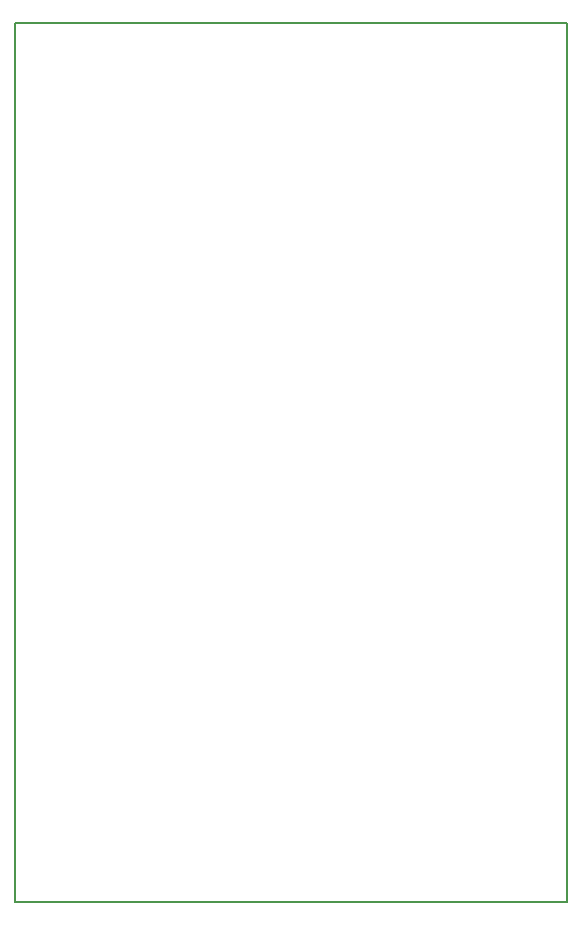
<source format=gbr>
G04 #@! TF.GenerationSoftware,KiCad,Pcbnew,5.0.0*
G04 #@! TF.CreationDate,2018-10-18T22:04:33+02:00*
G04 #@! TF.ProjectId,module_8x_100VDC_16A_out,6D6F64756C655F38785F313030564443,rev?*
G04 #@! TF.SameCoordinates,Original*
G04 #@! TF.FileFunction,Profile,NP*
%FSLAX46Y46*%
G04 Gerber Fmt 4.6, Leading zero omitted, Abs format (unit mm)*
G04 Created by KiCad (PCBNEW 5.0.0) date Thu Oct 18 22:04:33 2018*
%MOMM*%
%LPD*%
G01*
G04 APERTURE LIST*
%ADD10C,0.200000*%
G04 APERTURE END LIST*
D10*
X62992000Y-111760000D02*
X62992000Y-186182000D01*
X109728000Y-111760000D02*
X62992000Y-111760000D01*
X109728000Y-186182000D02*
X109728000Y-111760000D01*
X62992000Y-186182000D02*
X109728000Y-186182000D01*
M02*

</source>
